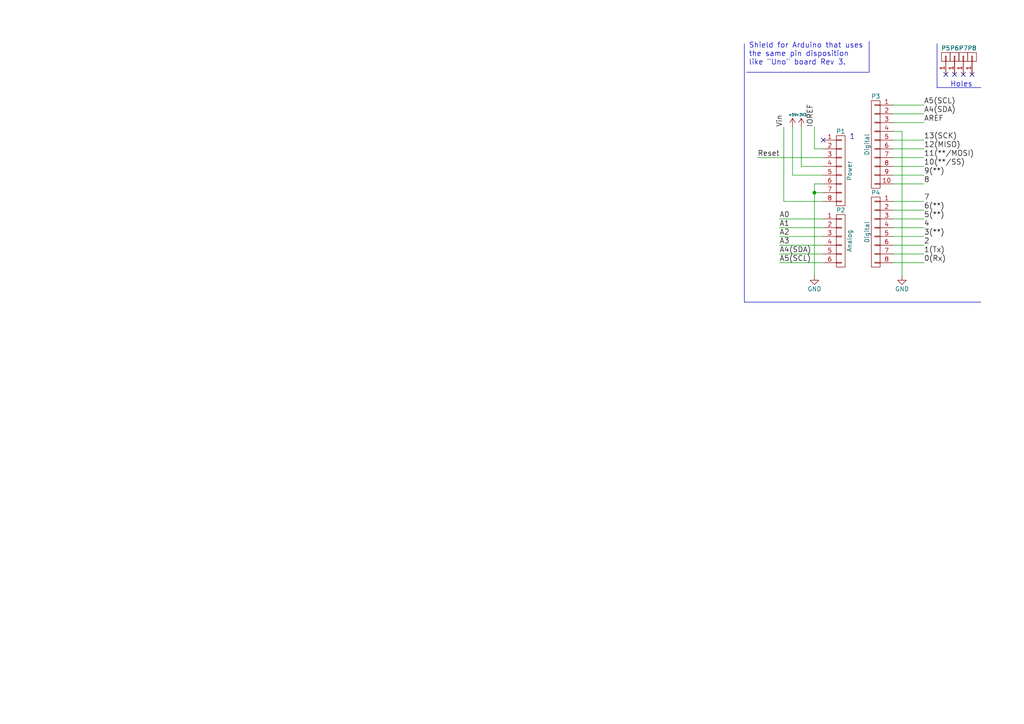
<source format=kicad_sch>
(kicad_sch (version 20230121) (generator eeschema)
  (paper "A4")
  (title_block (date "lun. 30 mars 2015"))
  (lib_symbols
    (symbol "Arduino_As_Uno-rescue:+3.3V" (power) (pin_names (offset 0))
      (property "Value" "+3.3V" (at 0 3.556 0))
      (symbol "+3.3V_0_1"
        (polyline (pts (xy -0.762 1.27) (xy 0 2.54)))
        (polyline (pts (xy 0 0) (xy 0 2.54)))
        (polyline (pts (xy 0 2.54) (xy 0.762 1.27)))
      )
      (symbol "+3.3V_1_1"
        (pin power_in line (at 0 0 90) (length 0) hide (name "+3V3") (number "1"))
      )
    )
    (symbol "Arduino_As_Uno-rescue:+5V" (power) (pin_names (offset 0))
      (property "Value" "+5V" (at 0 3.556 0))
      (symbol "+5V_0_1"
        (polyline (pts (xy -0.762 1.27) (xy 0 2.54)))
        (polyline (pts (xy 0 0) (xy 0 2.54)))
        (polyline (pts (xy 0 2.54) (xy 0.762 1.27)))
      )
      (symbol "+5V_1_1"
        (pin power_in line (at 0 0 90) (length 0) hide (name "+5V") (number "1"))
      )
    )
    (symbol "Arduino_As_Uno-rescue:CONN_01X01" (pin_names (offset 1.016) hide)
      (property "Reference" "P" (at 0 2.54 0))
      (property "Value" "CONN_01X01" (at 2.54 0 90))
      (symbol "CONN_01X01_0_1"
        (rectangle (start -1.27 0.127) (end 0.254 -0.127))
        (rectangle (start -1.27 1.27) (end 1.27 -1.27))
      )
      (symbol "CONN_01X01_1_1"
        (pin passive line (at -5.08 0 0) (length 3.81) (name "P1") (number "1"))
      )
    )
    (symbol "Arduino_As_Uno-rescue:CONN_01X06" (pin_names (offset 1.016) hide)
      (property "Reference" "P" (at 0 8.89 0))
      (property "Value" "CONN_01X06" (at 2.54 0 90))
      (symbol "CONN_01X06_0_1"
        (rectangle (start -1.27 -6.223) (end 0.254 -6.477))
        (rectangle (start -1.27 -3.683) (end 0.254 -3.937))
        (rectangle (start -1.27 -1.143) (end 0.254 -1.397))
        (rectangle (start -1.27 1.397) (end 0.254 1.143))
        (rectangle (start -1.27 3.937) (end 0.254 3.683))
        (rectangle (start -1.27 6.477) (end 0.254 6.223))
        (rectangle (start -1.27 7.62) (end 1.27 -7.62))
      )
      (symbol "CONN_01X06_1_1"
        (pin passive line (at -5.08 6.35 0) (length 3.81) (name "P1") (number "1"))
        (pin passive line (at -5.08 3.81 0) (length 3.81) (name "P2") (number "2"))
        (pin passive line (at -5.08 1.27 0) (length 3.81) (name "P3") (number "3"))
        (pin passive line (at -5.08 -1.27 0) (length 3.81) (name "P4") (number "4"))
        (pin passive line (at -5.08 -3.81 0) (length 3.81) (name "P5") (number "5"))
        (pin passive line (at -5.08 -6.35 0) (length 3.81) (name "P6") (number "6"))
      )
    )
    (symbol "Arduino_As_Uno-rescue:CONN_01X08" (pin_names (offset 1.016) hide)
      (property "Reference" "P" (at 0 11.43 0))
      (property "Value" "CONN_01X08" (at 2.54 0 90))
      (symbol "CONN_01X08_0_1"
        (rectangle (start -1.27 -10.16) (end 1.27 10.16))
        (rectangle (start -1.27 -8.763) (end 0.254 -9.017))
        (rectangle (start -1.27 -6.223) (end 0.254 -6.477))
        (rectangle (start -1.27 -3.683) (end 0.254 -3.937))
        (rectangle (start -1.27 -1.143) (end 0.254 -1.397))
        (rectangle (start -1.27 1.397) (end 0.254 1.143))
        (rectangle (start -1.27 3.937) (end 0.254 3.683))
        (rectangle (start -1.27 6.477) (end 0.254 6.223))
        (rectangle (start -1.27 9.017) (end 0.254 8.763))
      )
      (symbol "CONN_01X08_1_1"
        (pin passive line (at -5.08 8.89 0) (length 3.81) (name "P1") (number "1"))
        (pin passive line (at -5.08 6.35 0) (length 3.81) (name "P2") (number "2"))
        (pin passive line (at -5.08 3.81 0) (length 3.81) (name "P3") (number "3"))
        (pin passive line (at -5.08 1.27 0) (length 3.81) (name "P4") (number "4"))
        (pin passive line (at -5.08 -1.27 0) (length 3.81) (name "P5") (number "5"))
        (pin passive line (at -5.08 -3.81 0) (length 3.81) (name "P6") (number "6"))
        (pin passive line (at -5.08 -6.35 0) (length 3.81) (name "P7") (number "7"))
        (pin passive line (at -5.08 -8.89 0) (length 3.81) (name "P8") (number "8"))
      )
    )
    (symbol "Arduino_As_Uno-rescue:CONN_01X10" (pin_names (offset 1.016) hide)
      (property "Reference" "P" (at 0 13.97 0))
      (property "Value" "CONN_01X10" (at 2.54 0 90))
      (symbol "CONN_01X10_0_1"
        (rectangle (start -1.27 -11.303) (end 0.254 -11.557))
        (rectangle (start -1.27 -8.763) (end 0.254 -9.017))
        (rectangle (start -1.27 -6.223) (end 0.254 -6.477))
        (rectangle (start -1.27 -3.683) (end 0.254 -3.937))
        (rectangle (start -1.27 -1.143) (end 0.254 -1.397))
        (rectangle (start -1.27 1.397) (end 0.254 1.143))
        (rectangle (start -1.27 3.937) (end 0.254 3.683))
        (rectangle (start -1.27 6.477) (end 0.254 6.223))
        (rectangle (start -1.27 9.017) (end 0.254 8.763))
        (rectangle (start -1.27 11.557) (end 0.254 11.303))
        (rectangle (start -1.27 12.7) (end 1.27 -12.7))
      )
      (symbol "CONN_01X10_1_1"
        (pin passive line (at -5.08 11.43 0) (length 3.81) (name "P1") (number "1"))
        (pin passive line (at -5.08 -11.43 0) (length 3.81) (name "P10") (number "10"))
        (pin passive line (at -5.08 8.89 0) (length 3.81) (name "P2") (number "2"))
        (pin passive line (at -5.08 6.35 0) (length 3.81) (name "P3") (number "3"))
        (pin passive line (at -5.08 3.81 0) (length 3.81) (name "P4") (number "4"))
        (pin passive line (at -5.08 1.27 0) (length 3.81) (name "P5") (number "5"))
        (pin passive line (at -5.08 -1.27 0) (length 3.81) (name "P6") (number "6"))
        (pin passive line (at -5.08 -3.81 0) (length 3.81) (name "P7") (number "7"))
        (pin passive line (at -5.08 -6.35 0) (length 3.81) (name "P8") (number "8"))
        (pin passive line (at -5.08 -8.89 0) (length 3.81) (name "P9") (number "9"))
      )
    )
    (symbol "Arduino_As_Uno-rescue:GND" (power) (pin_names (offset 0))
      (property "Value" "GND" (at 0 -3.81 0))
      (symbol "GND_0_1"
        (polyline (pts (xy 0 0) (xy 0 -1.27) (xy 1.27 -1.27) (xy 0 -2.54) (xy -1.27 -1.27) (xy 0 -1.27)))
      )
      (symbol "GND_1_1"
        (pin power_in line (at 0 0 270) (length 0) hide (name "GND") (number "1"))
      )
    )
  )
  (junction (at 236.22 55.88))
  (no_connect (at 279.4 21.59))
  (no_connect (at 276.86 21.59))
  (no_connect (at 238.76 40.64))
  (no_connect (at 281.94 21.59))
  (no_connect (at 274.32 21.59))
  (wire (pts (xy 259.08 43.18) (xy 267.97 43.18)))
  (wire (pts (xy 236.22 43.18) (xy 238.76 43.18)))
  (wire (pts (xy 259.08 73.66) (xy 267.97 73.66)))
  (wire (pts (xy 259.08 60.96) (xy 267.97 60.96)))
  (wire (pts (xy 238.76 55.88) (xy 236.22 55.88)))
  (wire (pts (xy 229.87 50.8) (xy 229.87 36.83)))
  (wire (pts (xy 238.76 71.12) (xy 226.06 71.12)))
  (wire (pts (xy 259.08 68.58) (xy 267.97 68.58)))
  (wire (pts (xy 259.08 48.26) (xy 267.97 48.26)))
  (wire (pts (xy 259.08 71.12) (xy 267.97 71.12)))
  (wire (pts (xy 238.76 76.2) (xy 226.06 76.2)))
  (wire (pts (xy 238.76 58.42) (xy 227.33 58.42)))
  (wire (pts (xy 238.76 48.26) (xy 232.41 48.26)))
  (wire (pts (xy 236.22 55.88) (xy 236.22 80.01)))
  (polyline (pts (xy 284.48 25.4) (xy 271.78 25.4)))
  (wire (pts (xy 259.08 76.2) (xy 267.97 76.2)))
  (polyline (pts (xy 271.78 25.4) (xy 271.78 12.7)))
  (wire (pts (xy 261.62 38.1) (xy 261.62 80.01)))
  (wire (pts (xy 259.08 50.8) (xy 267.97 50.8)))
  (polyline (pts (xy 215.9 87.63) (xy 284.48 87.63)))
  (polyline (pts (xy 215.9 12.7) (xy 215.9 87.63)))
  (wire (pts (xy 259.08 63.5) (xy 267.97 63.5)))
  (wire (pts (xy 259.08 33.02) (xy 267.97 33.02)))
  (wire (pts (xy 259.08 58.42) (xy 267.97 58.42)))
  (wire (pts (xy 238.76 50.8) (xy 229.87 50.8)))
  (wire (pts (xy 238.76 73.66) (xy 226.06 73.66)))
  (wire (pts (xy 259.08 45.72) (xy 267.97 45.72)))
  (wire (pts (xy 238.76 53.34) (xy 236.22 53.34)))
  (wire (pts (xy 236.22 53.34) (xy 236.22 55.88)))
  (polyline (pts (xy 252.095 20.955) (xy 252.095 12.065)))
  (wire (pts (xy 259.08 53.34) (xy 267.97 53.34)))
  (wire (pts (xy 238.76 45.72) (xy 219.71 45.72)))
  (polyline (pts (xy 216.535 20.955) (xy 252.095 20.955)))
  (wire (pts (xy 232.41 48.26) (xy 232.41 36.83)))
  (wire (pts (xy 259.08 35.56) (xy 267.97 35.56)))
  (wire (pts (xy 259.08 30.48) (xy 267.97 30.48)))
  (wire (pts (xy 238.76 63.5) (xy 226.06 63.5)))
  (wire (pts (xy 259.08 66.04) (xy 267.97 66.04)))
  (wire (pts (xy 236.22 36.83) (xy 236.22 43.18)))
  (wire (pts (xy 238.76 66.04) (xy 226.06 66.04)))
  (wire (pts (xy 227.33 58.42) (xy 227.33 36.83)))
  (wire (pts (xy 259.08 38.1) (xy 261.62 38.1)))
  (wire (pts (xy 259.08 40.64) (xy 267.97 40.64)))
  (wire (pts (xy 238.76 68.58) (xy 226.06 68.58)))
  (text "Holes" (at 275.59 25.4 0) (effects (font (size 1.524 1.524)) (justify left bottom)))
  (text "1" (at 246.38 40.64 0) (effects (font (size 1.524 1.524)) (justify left bottom)))
  (text "Shield for Arduino that uses\nthe same pin disposition\nlike \"Uno\" board Rev 3." (at 217.17 19.05 0) (effects (font (size 1.524 1.524)) (justify left bottom)))
  (label "1(Tx)" (at 267.97 73.66 0) (effects (font (size 1.524 1.524))))
  (label "A1" (at 226.06 66.04 0) (effects (font (size 1.524 1.524))))
  (label "A3" (at 226.06 71.12 0) (effects (font (size 1.524 1.524))))
  (label "Reset" (at 219.71 45.72 0) (effects (font (size 1.524 1.524))))
  (label "6(**)" (at 267.97 60.96 0) (effects (font (size 1.524 1.524))))
  (label "A4(SDA)" (at 226.06 73.66 0) (effects (font (size 1.524 1.524))))
  (label "3(**)" (at 267.97 68.58 0) (effects (font (size 1.524 1.524))))
  (label "0(Rx)" (at 267.97 76.2 0) (effects (font (size 1.524 1.524))))
  (label "IOREF" (at 236.22 36.83 90) (effects (font (size 1.524 1.524))))
  (label "2" (at 267.97 71.12 0) (effects (font (size 1.524 1.524))))
  (label "A2" (at 226.06 68.58 0) (effects (font (size 1.524 1.524))))
  (label "A5(SCL)" (at 267.97 30.48 0) (effects (font (size 1.524 1.524))))
  (label "11(**/MOSI)" (at 267.97 45.72 0) (effects (font (size 1.524 1.524))))
  (label "13(SCK)" (at 267.97 40.64 0) (effects (font (size 1.524 1.524))))
  (label "5(**)" (at 267.97 63.5 0) (effects (font (size 1.524 1.524))))
  (label "Vin" (at 227.33 36.83 90) (effects (font (size 1.524 1.524))))
  (label "12(MISO)" (at 267.97 43.18 0) (effects (font (size 1.524 1.524))))
  (label "A5(SCL)" (at 226.06 76.2 0) (effects (font (size 1.524 1.524))))
  (label "8" (at 267.97 53.34 0) (effects (font (size 1.524 1.524))))
  (label "A4(SDA)" (at 267.97 33.02 0) (effects (font (size 1.524 1.524))))
  (label "7" (at 267.97 58.42 0) (effects (font (size 1.524 1.524))))
  (label "4" (at 267.97 66.04 0) (effects (font (size 1.524 1.524))))
  (label "A0" (at 226.06 63.5 0) (effects (font (size 1.524 1.524))))
  (label "AREF" (at 267.97 35.56 0) (effects (font (size 1.524 1.524))))
  (label "9(**)" (at 267.97 50.8 0) (effects (font (size 1.524 1.524))))
  (label "10(**/SS)" (at 267.97 48.26 0) (effects (font (size 1.524 1.524))))
  (symbol (lib_id "Arduino_As_Uno-rescue:CONN_01X08") (at 243.84 49.53 0) (unit 1)
    (property "Reference" "P1" (at 243.84 38.1 0))
    (property "Value" "Power" (at 246.38 49.53 90))
    (property "Footprint" "Socket_Arduino_Uno:Socket_Strip_Arduino_1x08" (effects hide))
  )
  (symbol (lib_id "Arduino_As_Uno-rescue:+3.3V") (at 232.41 36.83 0) (unit 1)
    (property "Reference" "#PWR01" (effects hide))
    (property "Value" "+3.3V" (at 232.41 33.274 0) (effects (font (size 0.762 0.762))))
  )
  (symbol (lib_id "Arduino_As_Uno-rescue:+5V") (at 229.87 36.83 0) (unit 1)
    (property "Reference" "#PWR02" (effects hide))
    (property "Value" "+5V" (at 229.87 33.274 0) (effects (font (size 0.762 0.762))))
  )
  (symbol (lib_id "Arduino_As_Uno-rescue:GND") (at 236.22 80.01 0) (unit 1)
    (property "Reference" "#PWR03" (effects hide))
    (property "Value" "GND" (at 236.22 83.82 0))
  )
  (symbol (lib_id "Arduino_As_Uno-rescue:GND") (at 261.62 80.01 0) (unit 1)
    (property "Reference" "#PWR04" (effects hide))
    (property "Value" "GND" (at 261.62 83.82 0))
  )
  (symbol (lib_id "Arduino_As_Uno-rescue:CONN_01X06") (at 243.84 69.85 0) (unit 1)
    (property "Reference" "P2" (at 243.84 60.96 0))
    (property "Value" "Analog" (at 246.38 69.85 90))
    (property "Footprint" "Socket_Arduino_Uno:Socket_Strip_Arduino_1x06" (effects hide))
  )
  (symbol (lib_id "Arduino_As_Uno-rescue:CONN_01X01") (at 274.32 16.51 90) (unit 1)
    (property "Reference" "P5" (at 274.32 13.97 90))
    (property "Value" "CONN_01X01" (effects hide))
    (property "Footprint" "Socket_Arduino_Uno:Arduino_1pin" (effects hide))
  )
  (symbol (lib_id "Arduino_As_Uno-rescue:CONN_01X01") (at 276.86 16.51 90) (unit 1)
    (property "Reference" "P6" (at 276.86 13.97 90))
    (property "Value" "CONN_01X01" (effects hide))
    (property "Footprint" "Socket_Arduino_Uno:Arduino_1pin" (effects hide))
  )
  (symbol (lib_id "Arduino_As_Uno-rescue:CONN_01X01") (at 279.4 16.51 90) (unit 1)
    (property "Reference" "P7" (at 279.4 13.97 90))
    (property "Value" "CONN_01X01" (effects hide))
    (property "Footprint" "Socket_Arduino_Uno:Arduino_1pin" (effects hide))
  )
  (symbol (lib_id "Arduino_As_Uno-rescue:CONN_01X01") (at 281.94 16.51 90) (unit 1)
    (property "Reference" "P8" (at 281.94 13.97 90))
    (property "Value" "CONN_01X01" (effects hide))
    (property "Footprint" "Socket_Arduino_Uno:Arduino_1pin" (effects hide))
  )
  (symbol (lib_id "Arduino_As_Uno-rescue:CONN_01X08") (at 254 67.31 0) (mirror y) (unit 1)
    (property "Reference" "P4" (at 254 55.88 0))
    (property "Value" "Digital" (at 251.46 67.31 90))
    (property "Footprint" "Socket_Arduino_Uno:Socket_Strip_Arduino_1x08" (effects hide))
  )
  (symbol (lib_id "Arduino_As_Uno-rescue:CONN_01X10") (at 254 41.91 0) (mirror y) (unit 1)
    (property "Reference" "P3" (at 254 27.94 0))
    (property "Value" "Digital" (at 251.46 41.91 90))
    (property "Footprint" "Socket_Arduino_Uno:Socket_Strip_Arduino_1x10" (effects hide))
  )
)
</source>
